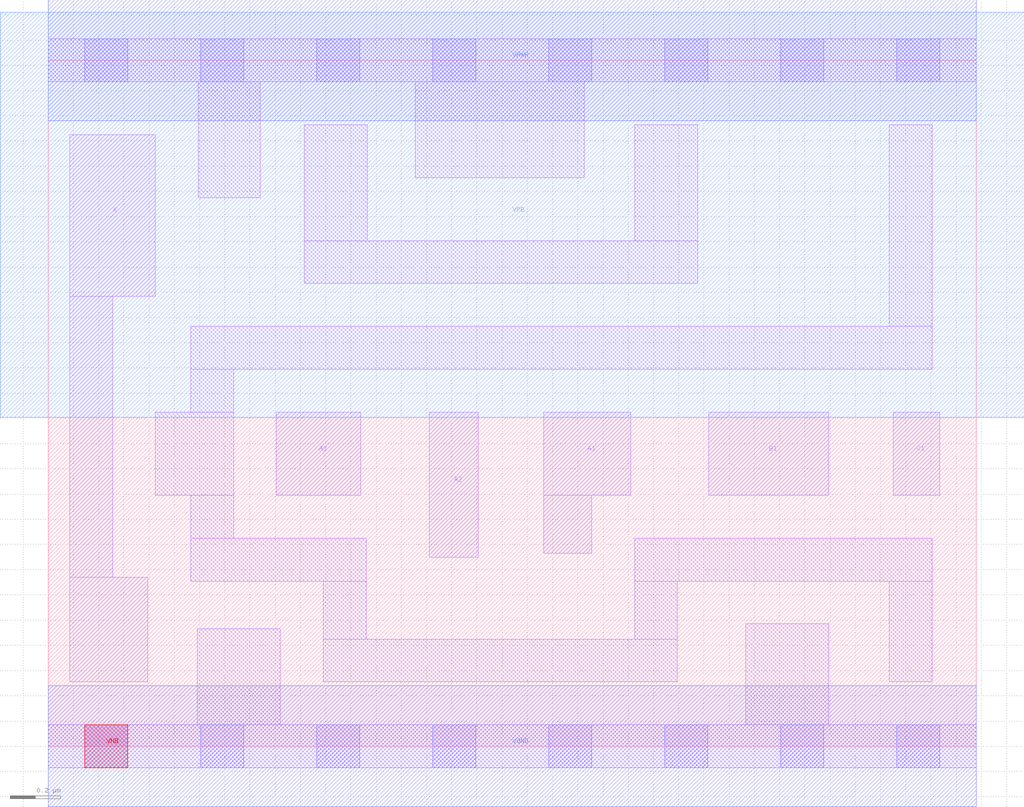
<source format=lef>
# Copyright 2020 The SkyWater PDK Authors
#
# Licensed under the Apache License, Version 2.0 (the "License");
# you may not use this file except in compliance with the License.
# You may obtain a copy of the License at
#
#     https://www.apache.org/licenses/LICENSE-2.0
#
# Unless required by applicable law or agreed to in writing, software
# distributed under the License is distributed on an "AS IS" BASIS,
# WITHOUT WARRANTIES OR CONDITIONS OF ANY KIND, either express or implied.
# See the License for the specific language governing permissions and
# limitations under the License.
#
# SPDX-License-Identifier: Apache-2.0

VERSION 5.7 ;
  NOWIREEXTENSIONATPIN ON ;
  DIVIDERCHAR "/" ;
  BUSBITCHARS "[]" ;
MACRO sky130_fd_sc_hd__a311o_1
  CLASS CORE ;
  FOREIGN sky130_fd_sc_hd__a311o_1 ;
  ORIGIN  0.000000  0.000000 ;
  SIZE  3.680000 BY  2.720000 ;
  SYMMETRY X Y R90 ;
  SITE unithd ;
  PIN A1
    ANTENNAGATEAREA  0.247500 ;
    DIRECTION INPUT ;
    USE SIGNAL ;
    PORT
      LAYER li1 ;
        RECT 1.965000 0.765000 2.155000 0.995000 ;
        RECT 1.965000 0.995000 2.310000 1.325000 ;
    END
  END A1
  PIN A2
    ANTENNAGATEAREA  0.247500 ;
    DIRECTION INPUT ;
    USE SIGNAL ;
    PORT
      LAYER li1 ;
        RECT 1.510000 0.750000 1.705000 1.325000 ;
    END
  END A2
  PIN A3
    ANTENNAGATEAREA  0.247500 ;
    DIRECTION INPUT ;
    USE SIGNAL ;
    PORT
      LAYER li1 ;
        RECT 0.905000 0.995000 1.240000 1.325000 ;
    END
  END A3
  PIN B1
    ANTENNAGATEAREA  0.247500 ;
    DIRECTION INPUT ;
    USE SIGNAL ;
    PORT
      LAYER li1 ;
        RECT 2.620000 0.995000 3.095000 1.325000 ;
    END
  END B1
  PIN C1
    ANTENNAGATEAREA  0.247500 ;
    DIRECTION INPUT ;
    USE SIGNAL ;
    PORT
      LAYER li1 ;
        RECT 3.350000 0.995000 3.535000 1.325000 ;
    END
  END C1
  PIN X
    ANTENNADIFFAREA  0.454000 ;
    DIRECTION OUTPUT ;
    USE SIGNAL ;
    PORT
      LAYER li1 ;
        RECT 0.085000 0.255000 0.395000 0.670000 ;
        RECT 0.085000 0.670000 0.255000 1.785000 ;
        RECT 0.085000 1.785000 0.425000 2.425000 ;
    END
  END X
  PIN VGND
    DIRECTION INOUT ;
    SHAPE ABUTMENT ;
    USE GROUND ;
    PORT
      LAYER met1 ;
        RECT 0.000000 -0.240000 3.680000 0.240000 ;
    END
  END VGND
  PIN VNB
    DIRECTION INOUT ;
    USE GROUND ;
    PORT
      LAYER pwell ;
        RECT 0.145000 -0.085000 0.315000 0.085000 ;
    END
  END VNB
  PIN VPB
    DIRECTION INOUT ;
    USE POWER ;
    PORT
      LAYER nwell ;
        RECT -0.190000 1.305000 3.870000 2.910000 ;
    END
  END VPB
  PIN VPWR
    DIRECTION INOUT ;
    SHAPE ABUTMENT ;
    USE POWER ;
    PORT
      LAYER met1 ;
        RECT 0.000000 2.480000 3.680000 2.960000 ;
    END
  END VPWR
  OBS
    LAYER li1 ;
      RECT 0.000000 -0.085000 3.680000 0.085000 ;
      RECT 0.000000  2.635000 3.680000 2.805000 ;
      RECT 0.425000  0.995000 0.735000 1.325000 ;
      RECT 0.565000  0.655000 1.260000 0.825000 ;
      RECT 0.565000  0.825000 0.735000 0.995000 ;
      RECT 0.565000  1.325000 0.735000 1.495000 ;
      RECT 0.565000  1.495000 3.505000 1.665000 ;
      RECT 0.590000  0.085000 0.920000 0.465000 ;
      RECT 0.595000  2.175000 0.840000 2.635000 ;
      RECT 1.015000  1.835000 2.575000 2.005000 ;
      RECT 1.015000  2.005000 1.265000 2.465000 ;
      RECT 1.090000  0.255000 2.495000 0.425000 ;
      RECT 1.090000  0.425000 1.260000 0.655000 ;
      RECT 1.455000  2.255000 2.125000 2.635000 ;
      RECT 2.325000  0.425000 2.495000 0.655000 ;
      RECT 2.325000  0.655000 3.505000 0.825000 ;
      RECT 2.325000  2.005000 2.575000 2.465000 ;
      RECT 2.765000  0.085000 3.095000 0.485000 ;
      RECT 3.335000  0.255000 3.505000 0.655000 ;
      RECT 3.335000  1.665000 3.505000 2.465000 ;
    LAYER mcon ;
      RECT 0.145000 -0.085000 0.315000 0.085000 ;
      RECT 0.145000  2.635000 0.315000 2.805000 ;
      RECT 0.605000 -0.085000 0.775000 0.085000 ;
      RECT 0.605000  2.635000 0.775000 2.805000 ;
      RECT 1.065000 -0.085000 1.235000 0.085000 ;
      RECT 1.065000  2.635000 1.235000 2.805000 ;
      RECT 1.525000 -0.085000 1.695000 0.085000 ;
      RECT 1.525000  2.635000 1.695000 2.805000 ;
      RECT 1.985000 -0.085000 2.155000 0.085000 ;
      RECT 1.985000  2.635000 2.155000 2.805000 ;
      RECT 2.445000 -0.085000 2.615000 0.085000 ;
      RECT 2.445000  2.635000 2.615000 2.805000 ;
      RECT 2.905000 -0.085000 3.075000 0.085000 ;
      RECT 2.905000  2.635000 3.075000 2.805000 ;
      RECT 3.365000 -0.085000 3.535000 0.085000 ;
      RECT 3.365000  2.635000 3.535000 2.805000 ;
  END
END sky130_fd_sc_hd__a311o_1
END LIBRARY

</source>
